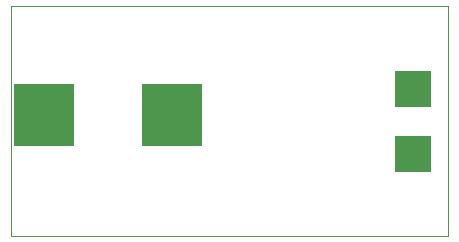
<source format=gbs>
G75*
G70*
%OFA0B0*%
%FSLAX24Y24*%
%IPPOS*%
%LPD*%
%AMOC8*
5,1,8,0,0,1.08239X$1,22.5*
%
%ADD10C,0.0000*%
%ADD11R,0.2009X0.2087*%
%ADD12R,0.1221X0.1221*%
D10*
X000228Y000100D02*
X000228Y007777D01*
X014795Y007777D01*
X014795Y000100D01*
X000228Y000100D01*
D11*
X001321Y004155D03*
X005592Y004155D03*
D12*
X013634Y005021D03*
X013634Y002856D03*
M02*

</source>
